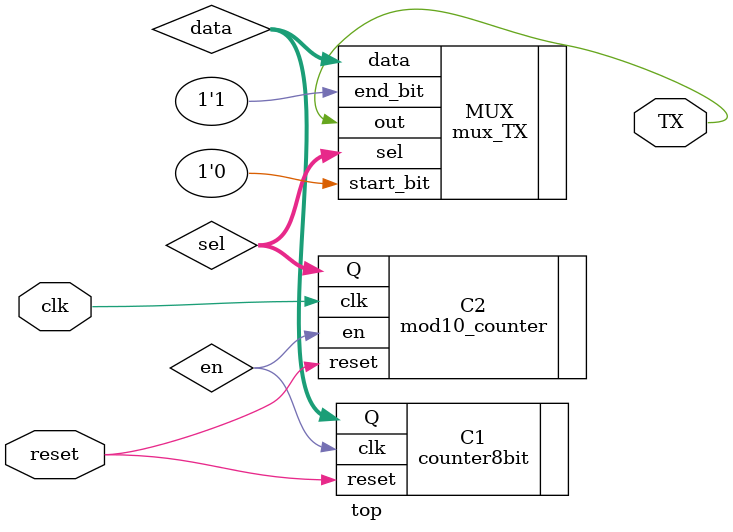
<source format=v>


module top(clk , reset , TX );

    input clk , reset ;
    output TX ;
    
    wire [7:0] data ;
    wire [3:0] sel ;
    wire en;
    
    counter8bit C1 (
                     .clk(en),
                     .reset(reset),
                     .Q(data)
          ); 
          
    
    mod10_counter C2 (
                        .clk(clk),
                        .reset(reset),
                        .Q(sel),
                        .en(en)
          );      
          
    
    mux_TX MUX (
                        .start_bit(1'b0),
                        .data(data),
                        .end_bit(1'b1),
                        .sel(sel),
                        .out(TX)
          );
endmodule

</source>
